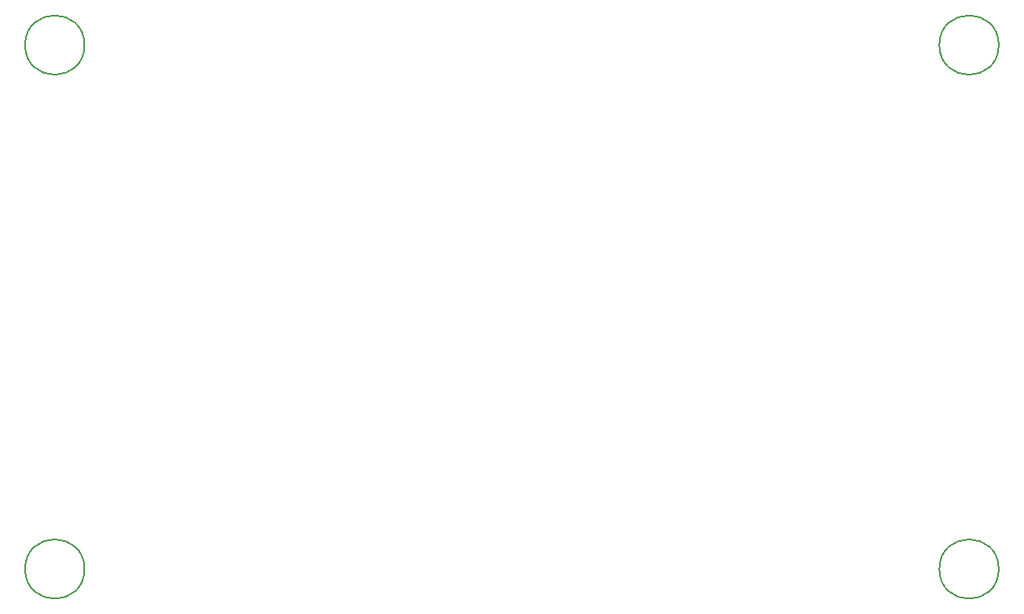
<source format=gbr>
%TF.GenerationSoftware,KiCad,Pcbnew,8.0.2*%
%TF.CreationDate,2024-12-19T10:05:04+01:00*%
%TF.ProjectId,OS-S88n,4f532d53-3838-46e2-9e6b-696361645f70,rev?*%
%TF.SameCoordinates,Original*%
%TF.FileFunction,Other,Comment*%
%FSLAX46Y46*%
G04 Gerber Fmt 4.6, Leading zero omitted, Abs format (unit mm)*
G04 Created by KiCad (PCBNEW 8.0.2) date 2024-12-19 10:05:04*
%MOMM*%
%LPD*%
G01*
G04 APERTURE LIST*
%ADD10C,0.150000*%
G04 APERTURE END LIST*
D10*
%TO.C,REF\u002A\u002A*%
X216406000Y-62512000D02*
G75*
G02*
X210006000Y-62512000I-3200000J0D01*
G01*
X210006000Y-62512000D02*
G75*
G02*
X216406000Y-62512000I3200000J0D01*
G01*
X117906000Y-119012000D02*
G75*
G02*
X111506000Y-119012000I-3200000J0D01*
G01*
X111506000Y-119012000D02*
G75*
G02*
X117906000Y-119012000I3200000J0D01*
G01*
X216406000Y-119012000D02*
G75*
G02*
X210006000Y-119012000I-3200000J0D01*
G01*
X210006000Y-119012000D02*
G75*
G02*
X216406000Y-119012000I3200000J0D01*
G01*
X117906000Y-62512000D02*
G75*
G02*
X111506000Y-62512000I-3200000J0D01*
G01*
X111506000Y-62512000D02*
G75*
G02*
X117906000Y-62512000I3200000J0D01*
G01*
%TD*%
M02*

</source>
